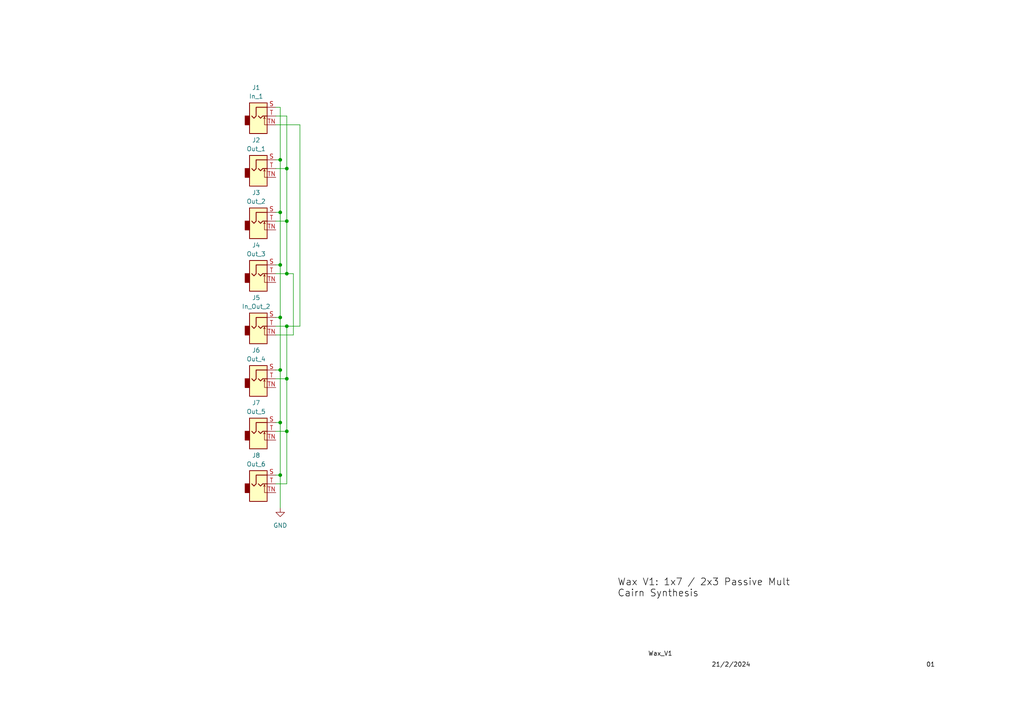
<source format=kicad_sch>
(kicad_sch (version 20230121) (generator eeschema)
  (paper "A4")
  (lib_symbols
    (symbol "Connector_Audio:AudioJack2_SwitchT"
      (property "Reference" "J" (at 0 8.89 0))
      (property "Value" "AudioJack2_SwitchT" (at 0 6.35 0))
      (symbol "AudioJack2_SwitchT_0_1"
        (rectangle (start -2.54 0) (end -3.81 -2.54) (stroke (width 0.254)) (fill (type outline)))
        (polyline (pts (xy 1.778 -0.254) (xy 2.032 -0.762)))
        (polyline (pts (xy 0 0) (xy 0.635 -0.635) (xy 1.27 0) (xy 2.54 0)) (stroke (width 0.254)))
        (polyline (pts (xy 2.54 -2.54) (xy 1.778 -2.54) (xy 1.778 -0.254) (xy 1.524 -0.762)))
        (polyline (pts (xy 2.54 2.54) (xy -0.635 2.54) (xy -0.635 0) (xy -1.27 -0.635) (xy -1.905 0)) (stroke (width 0.254)))
        (rectangle (start 2.54 3.81) (end -2.54 -5.08) (stroke (width 0.254)) (fill (type background)))
      )
      (symbol "AudioJack2_SwitchT_1_1"
        (pin passive line (at 5.08 2.54 180) (length 2.54) (name "~") (number "S"))
        (pin passive line (at 5.08 0 180) (length 2.54) (name "~") (number "T"))
        (pin passive line (at 5.08 -2.54 180) (length 2.54) (name "~") (number "TN"))
      )
    )
    (symbol "power:GND" (power) (pin_names (offset 0))
      (property "Value" "GND" (at 0 -3.81 0))
      (symbol "GND_0_1"
        (polyline (pts (xy 0 0) (xy 0 -1.27) (xy 1.27 -1.27) (xy 0 -2.54) (xy -1.27 -1.27) (xy 0 -1.27)))
      )
      (symbol "GND_1_1"
        (pin power_in line (at 0 0 270) (length 0) hide (name "GND") (number "1"))
      )
    )
  )
  (junction (at 83.185 109.855))
  (junction (at 81.28 122.555))
  (junction (at 81.28 137.795))
  (junction (at 81.28 76.835))
  (junction (at 83.185 94.615))
  (junction (at 81.28 61.595))
  (junction (at 81.28 46.355))
  (junction (at 83.185 64.135))
  (junction (at 81.28 92.075))
  (junction (at 81.28 107.315))
  (junction (at 83.185 79.375))
  (junction (at 83.185 125.095))
  (junction (at 83.185 48.895))
  (wire (pts (xy 83.185 125.095) (xy 83.185 140.335)))
  (wire (pts (xy 80.01 31.115) (xy 81.28 31.115)))
  (wire (pts (xy 80.01 137.795) (xy 81.28 137.795)))
  (wire (pts (xy 83.185 48.895) (xy 80.01 48.895)))
  (wire (pts (xy 81.28 137.795) (xy 81.28 147.32)))
  (wire (pts (xy 81.28 122.555) (xy 80.01 122.555)))
  (wire (pts (xy 80.01 97.155) (xy 85.09 97.155)))
  (wire (pts (xy 81.28 46.355) (xy 81.28 61.595)))
  (wire (pts (xy 83.185 109.855) (xy 83.185 125.095)))
  (wire (pts (xy 81.28 92.075) (xy 81.28 107.315)))
  (wire (pts (xy 81.28 107.315) (xy 81.28 122.555)))
  (wire (pts (xy 80.01 92.075) (xy 81.28 92.075)))
  (wire (pts (xy 81.28 76.835) (xy 81.28 92.075)))
  (wire (pts (xy 85.09 97.155) (xy 85.09 79.375)))
  (wire (pts (xy 86.995 36.195) (xy 80.01 36.195)))
  (wire (pts (xy 80.01 33.655) (xy 83.185 33.655)))
  (wire (pts (xy 83.185 94.615) (xy 83.185 109.855)))
  (wire (pts (xy 85.09 79.375) (xy 83.185 79.375)))
  (wire (pts (xy 80.01 107.315) (xy 81.28 107.315)))
  (wire (pts (xy 80.01 125.095) (xy 83.185 125.095)))
  (wire (pts (xy 80.01 46.355) (xy 81.28 46.355)))
  (wire (pts (xy 83.185 48.895) (xy 83.185 64.135)))
  (wire (pts (xy 86.995 94.615) (xy 86.995 36.195)))
  (wire (pts (xy 81.28 61.595) (xy 81.28 76.835)))
  (wire (pts (xy 81.28 122.555) (xy 81.28 137.795)))
  (wire (pts (xy 80.01 61.595) (xy 81.28 61.595)))
  (wire (pts (xy 80.01 64.135) (xy 83.185 64.135)))
  (wire (pts (xy 80.01 76.835) (xy 81.28 76.835)))
  (wire (pts (xy 80.01 79.375) (xy 83.185 79.375)))
  (wire (pts (xy 83.185 64.135) (xy 83.185 79.375)))
  (wire (pts (xy 83.185 33.655) (xy 83.185 48.895)))
  (wire (pts (xy 83.185 109.855) (xy 80.01 109.855)))
  (wire (pts (xy 80.01 140.335) (xy 83.185 140.335)))
  (wire (pts (xy 80.01 94.615) (xy 83.185 94.615)))
  (wire (pts (xy 83.185 94.615) (xy 86.995 94.615)))
  (wire (pts (xy 81.28 31.115) (xy 81.28 46.355)))
  (text "Wax V1: 1x7 / 2x3 Passive Mult\nCairn Synthesis" (at 179.07 173.355 0) (effects (font (size 2 2)) (justify left bottom)))
  (text "01" (at 268.605 193.675 0) (effects (font (size 1.27 1.27)) (justify left bottom)))
  (text "Wax_V1" (at 187.96 190.5 0) (effects (font (size 1.27 1.27)) (justify left bottom)))
  (text "21/2/2024" (at 206.375 193.675 0) (effects (font (size 1.27 1.27)) (justify left bottom)))
  (symbol (lib_id "Connector_Audio:AudioJack2_SwitchT") (at 74.93 109.855 0) (unit 1)
    (property "Reference" "J6" (at 74.295 101.6 0))
    (property "Value" "Out_4" (at 74.295 104.14 0))
    (property "Footprint" "Connector_Audio:Jack_3.5mm_QingPu_WQP-PJ398SM_Vertical_CircularHoles" (effects hide))
  )
  (symbol (lib_id "Connector_Audio:AudioJack2_SwitchT") (at 74.93 94.615 0) (unit 1)
    (property "Reference" "J5" (at 74.295 86.36 0))
    (property "Value" "In_Out_2" (at 74.295 88.9 0))
    (property "Footprint" "Connector_Audio:Jack_3.5mm_QingPu_WQP-PJ398SM_Vertical_CircularHoles" (effects hide))
  )
  (symbol (lib_id "power:GND") (at 81.28 147.32 0) (unit 1)
    (property "Reference" "#PWR01" (effects hide))
    (property "Value" "GND" (at 81.28 152.4 0))
  )
  (symbol (lib_id "Connector_Audio:AudioJack2_SwitchT") (at 74.93 140.335 0) (unit 1)
    (property "Reference" "J8" (at 74.295 132.08 0))
    (property "Value" "Out_6" (at 74.295 134.62 0))
    (property "Footprint" "Connector_Audio:Jack_3.5mm_QingPu_WQP-PJ398SM_Vertical_CircularHoles" (effects hide))
  )
  (symbol (lib_id "Connector_Audio:AudioJack2_SwitchT") (at 74.93 48.895 0) (unit 1)
    (property "Reference" "J2" (at 74.295 40.64 0))
    (property "Value" "Out_1" (at 74.295 43.18 0))
    (property "Footprint" "Connector_Audio:Jack_3.5mm_QingPu_WQP-PJ398SM_Vertical_CircularHoles" (effects hide))
  )
  (symbol (lib_id "Connector_Audio:AudioJack2_SwitchT") (at 74.93 125.095 0) (unit 1)
    (property "Reference" "J7" (at 74.295 116.84 0))
    (property "Value" "Out_5" (at 74.295 119.38 0))
    (property "Footprint" "Connector_Audio:Jack_3.5mm_QingPu_WQP-PJ398SM_Vertical_CircularHoles" (effects hide))
  )
  (symbol (lib_id "Connector_Audio:AudioJack2_SwitchT") (at 74.93 64.135 0) (unit 1)
    (property "Reference" "J3" (at 74.295 55.88 0))
    (property "Value" "Out_2" (at 74.295 58.42 0))
    (property "Footprint" "Connector_Audio:Jack_3.5mm_QingPu_WQP-PJ398SM_Vertical_CircularHoles" (effects hide))
  )
  (symbol (lib_id "Connector_Audio:AudioJack2_SwitchT") (at 74.93 33.655 0) (unit 1)
    (property "Reference" "J1" (at 74.295 25.4 0))
    (property "Value" "In_1" (at 74.295 27.94 0))
    (property "Footprint" "Connector_Audio:Jack_3.5mm_QingPu_WQP-PJ398SM_Vertical_CircularHoles" (effects hide))
  )
  (symbol (lib_id "Connector_Audio:AudioJack2_SwitchT") (at 74.93 79.375 0) (unit 1)
    (property "Reference" "J4" (at 74.295 71.12 0))
    (property "Value" "Out_3" (at 74.295 73.66 0))
    (property "Footprint" "Connector_Audio:Jack_3.5mm_QingPu_WQP-PJ398SM_Vertical_CircularHoles" (effects hide))
  )
)
</source>
